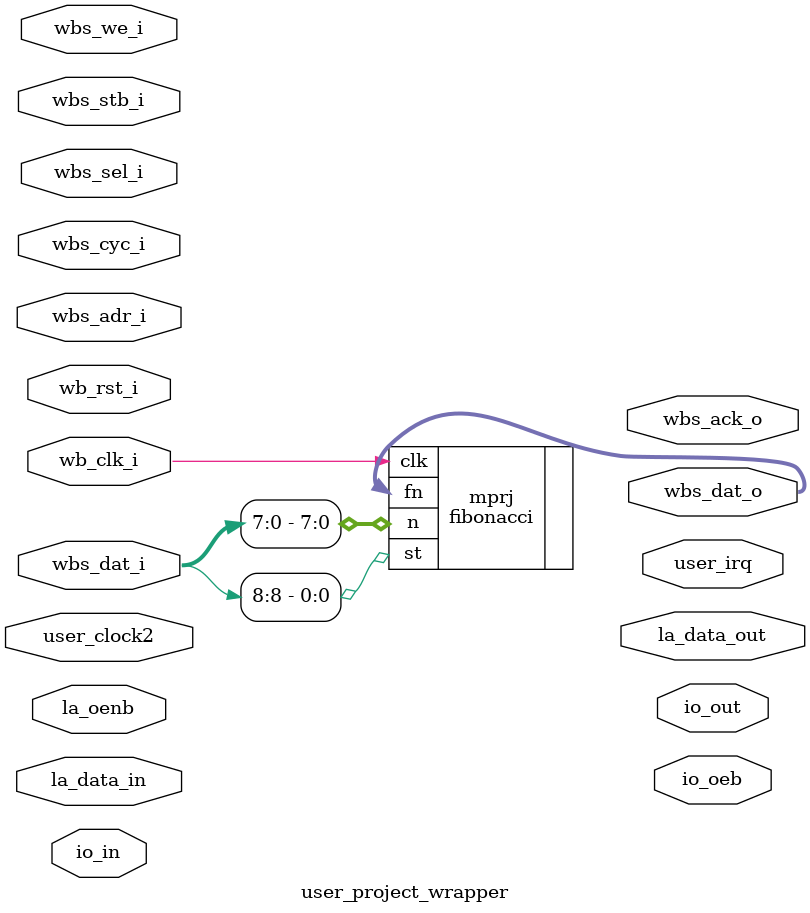
<source format=v>
module user_project_wrapper (user_clock2,
    wb_clk_i,
    wb_rst_i,
    wbs_ack_o,
    wbs_cyc_i,
    wbs_stb_i,
    wbs_we_i,
    io_in,
    io_oeb,
    io_out,
    la_data_in,
    la_data_out,
    la_oenb,
    user_irq,
    wbs_adr_i,
    wbs_dat_i,
    wbs_dat_o,
    wbs_sel_i);
 input user_clock2;
 input wb_clk_i;
 input wb_rst_i;
 output wbs_ack_o;
 input wbs_cyc_i;
 input wbs_stb_i;
 input wbs_we_i;
 input [37:0] io_in;
 output [37:0] io_oeb;
 output [37:0] io_out;
 input [63:0] la_data_in;
 output [63:0] la_data_out;
 input [63:0] la_oenb;
 output [2:0] user_irq;
 input [31:0] wbs_adr_i;
 input [31:0] wbs_dat_i;
 output [31:0] wbs_dat_o;
 input [3:0] wbs_sel_i;


 fibonacci mprj (.clk(wb_clk_i),
    .st(wbs_dat_i[8]),
    .fn({wbs_dat_o[31],
    wbs_dat_o[30],
    wbs_dat_o[29],
    wbs_dat_o[28],
    wbs_dat_o[27],
    wbs_dat_o[26],
    wbs_dat_o[25],
    wbs_dat_o[24],
    wbs_dat_o[23],
    wbs_dat_o[22],
    wbs_dat_o[21],
    wbs_dat_o[20],
    wbs_dat_o[19],
    wbs_dat_o[18],
    wbs_dat_o[17],
    wbs_dat_o[16],
    wbs_dat_o[15],
    wbs_dat_o[14],
    wbs_dat_o[13],
    wbs_dat_o[12],
    wbs_dat_o[11],
    wbs_dat_o[10],
    wbs_dat_o[9],
    wbs_dat_o[8],
    wbs_dat_o[7],
    wbs_dat_o[6],
    wbs_dat_o[5],
    wbs_dat_o[4],
    wbs_dat_o[3],
    wbs_dat_o[2],
    wbs_dat_o[1],
    wbs_dat_o[0]}),
    .n({wbs_dat_i[7],
    wbs_dat_i[6],
    wbs_dat_i[5],
    wbs_dat_i[4],
    wbs_dat_i[3],
    wbs_dat_i[2],
    wbs_dat_i[1],
    wbs_dat_i[0]}));
endmodule


</source>
